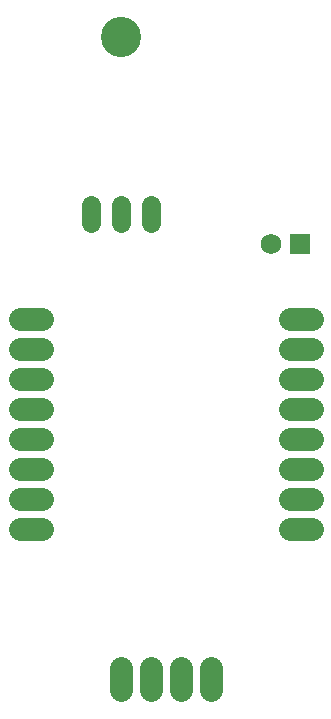
<source format=gbr>
G04 EAGLE Gerber RS-274X export*
G75*
%MOMM*%
%FSLAX34Y34*%
%LPD*%
%INSoldermask Bottom*%
%IPPOS*%
%AMOC8*
5,1,8,0,0,1.08239X$1,22.5*%
G01*
%ADD10C,1.981200*%
%ADD11C,1.625600*%
%ADD12C,3.403600*%
%ADD13C,1.752600*%
%ADD14R,1.752600X1.752600*%


D10*
X212598Y431800D02*
X193802Y431800D01*
X193802Y457200D02*
X212598Y457200D01*
X212598Y482600D02*
X193802Y482600D01*
X193802Y508000D02*
X212598Y508000D01*
X212598Y533400D02*
X193802Y533400D01*
X193802Y558800D02*
X212598Y558800D01*
X212598Y584200D02*
X193802Y584200D01*
X193802Y609600D02*
X212598Y609600D01*
X422402Y609600D02*
X441198Y609600D01*
X441198Y584200D02*
X422402Y584200D01*
X422402Y558800D02*
X441198Y558800D01*
X441198Y533400D02*
X422402Y533400D01*
X422402Y508000D02*
X441198Y508000D01*
X441198Y482600D02*
X422402Y482600D01*
X422402Y457200D02*
X441198Y457200D01*
X441198Y431800D02*
X422402Y431800D01*
X279400Y314198D02*
X279400Y295402D01*
X304800Y295402D02*
X304800Y314198D01*
X330200Y314198D02*
X330200Y295402D01*
X355600Y295402D02*
X355600Y314198D01*
D11*
X254000Y690880D02*
X254000Y706120D01*
X279400Y706120D02*
X279400Y690880D01*
X304800Y690880D02*
X304800Y706120D01*
D12*
X279400Y848360D03*
D13*
X406600Y673100D03*
D14*
X431600Y673100D03*
M02*

</source>
